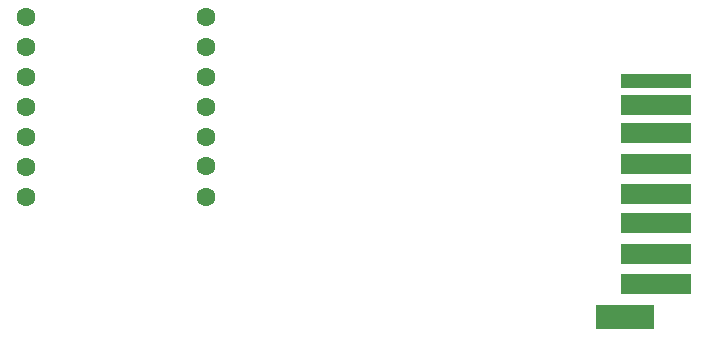
<source format=gbr>
%TF.GenerationSoftware,KiCad,Pcbnew,(6.0.7-1)-1*%
%TF.CreationDate,2022-09-20T15:59:29-07:00*%
%TF.ProjectId,sd_bt_qtpy,73645f62-745f-4717-9470-792e6b696361,rev?*%
%TF.SameCoordinates,Original*%
%TF.FileFunction,Soldermask,Bot*%
%TF.FilePolarity,Negative*%
%FSLAX46Y46*%
G04 Gerber Fmt 4.6, Leading zero omitted, Abs format (unit mm)*
G04 Created by KiCad (PCBNEW (6.0.7-1)-1) date 2022-09-20 15:59:29*
%MOMM*%
%LPD*%
G01*
G04 APERTURE LIST*
%ADD10C,1.600000*%
%ADD11R,5.000000X2.000000*%
%ADD12R,6.000000X1.250000*%
%ADD13R,6.000000X1.750000*%
G04 APERTURE END LIST*
D10*
%TO.C,U2*%
X154380000Y-66880000D03*
X154380000Y-69420000D03*
X154380000Y-71960000D03*
X154380000Y-74500000D03*
X154380000Y-77040000D03*
X154380000Y-79580000D03*
X154380000Y-82120000D03*
X169620000Y-82120000D03*
X169620000Y-79500000D03*
X169620000Y-77040000D03*
X169620000Y-74500000D03*
X169620000Y-71960000D03*
X169620000Y-69420000D03*
X169620000Y-66880000D03*
%TD*%
D11*
%TO.C,U1*%
X205030000Y-92300000D03*
D12*
X207703000Y-72340000D03*
D13*
X207703000Y-74340000D03*
X207703000Y-76740000D03*
X207703000Y-79305000D03*
X207703000Y-81840000D03*
X207703000Y-84370000D03*
X207703000Y-86965000D03*
X207703000Y-89514600D03*
%TD*%
M02*

</source>
